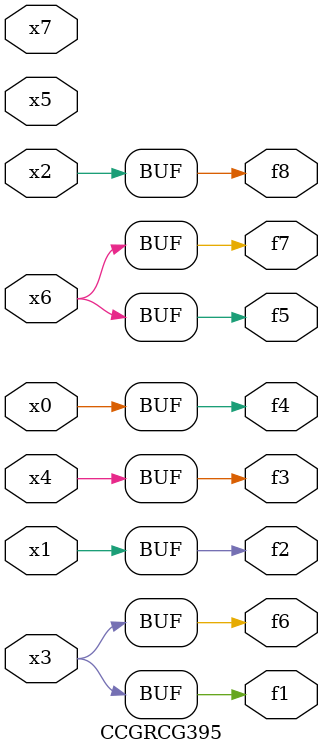
<source format=v>
module CCGRCG395(
	input x0, x1, x2, x3, x4, x5, x6, x7,
	output f1, f2, f3, f4, f5, f6, f7, f8
);
	assign f1 = x3;
	assign f2 = x1;
	assign f3 = x4;
	assign f4 = x0;
	assign f5 = x6;
	assign f6 = x3;
	assign f7 = x6;
	assign f8 = x2;
endmodule

</source>
